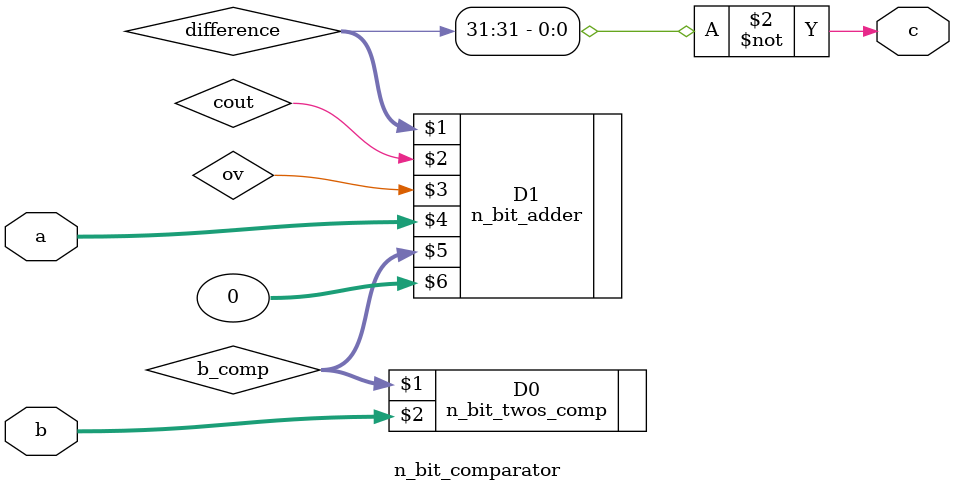
<source format=sv>
module n_bit_comparator #(
	parameter N = 32
)
(
	output c,
	input [N-1:0] a, b
);

logic [N-1:0] b_comp, difference;
logic cout, ov;

n_bit_twos_comp #(N) D0(b_comp, b);
n_bit_adder #(N) D1(difference, cout, ov, a, b_comp, 0);

assign c = ~difference[N-1];

endmodule

</source>
